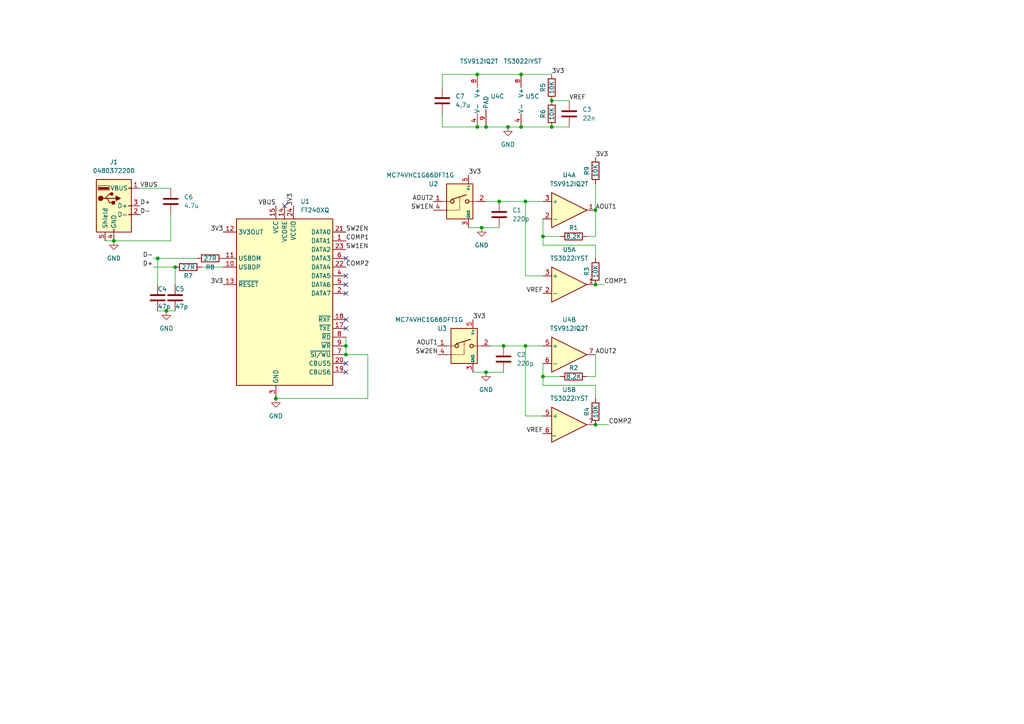
<source format=kicad_sch>
(kicad_sch (version 20211123) (generator eeschema)
  (paper "A4")
  (lib_symbols
    (symbol "Amplifier_Operational:TSV912IQ2T" (pin_names (offset 0.127))
      (property "Reference" "U" (at 0 5.08 0))
      (property "Value" "TSV912IQ2T" (at 0 -5.08 0))
      (symbol "TSV912IQ2T_1_1"
        (polyline (pts (xy -5.08 5.08) (xy 5.08 0) (xy -5.08 -5.08) (xy -5.08 5.08)) (stroke (width 0.254)) (fill (type background)))
        (pin output line (at 7.62 0 180) (length 2.54) (name "~") (number "1"))
        (pin input line (at -7.62 -2.54 0) (length 2.54) (name "-") (number "2"))
        (pin input line (at -7.62 2.54 0) (length 2.54) (name "+") (number "3"))
      )
      (symbol "TSV912IQ2T_2_1"
        (polyline (pts (xy -5.08 5.08) (xy 5.08 0) (xy -5.08 -5.08) (xy -5.08 5.08)) (stroke (width 0.254)) (fill (type background)))
        (pin input line (at -7.62 2.54 0) (length 2.54) (name "+") (number "5"))
        (pin input line (at -7.62 -2.54 0) (length 2.54) (name "-") (number "6"))
        (pin output line (at 7.62 0 180) (length 2.54) (name "~") (number "7"))
      )
      (symbol "TSV912IQ2T_3_1"
        (pin power_in line (at -2.54 -7.62 90) (length 3.81) (name "V-") (number "4"))
        (pin power_in line (at -2.54 7.62 270) (length 3.81) (name "V+") (number "8"))
        (pin power_in line (at 0 -7.62 90) (length 5.08) (name "PAD") (number "9"))
      )
    )
    (symbol "Analog_Switch:TS5A3166DCKR" (pin_names (offset 0.127))
      (property "Reference" "U" (at -3.81 6.35 0))
      (property "Value" "TS5A3166DCKR" (at 3.81 -6.35 0))
      (symbol "TS5A3166DCKR_0_1"
        (polyline (pts (xy -5.08 -2.54) (xy -3.302 -2.54)))
        (polyline (pts (xy -3.048 -2.54) (xy -2.794 -2.54)))
        (polyline (pts (xy -2.54 -2.54) (xy -2.286 -2.54)))
        (polyline (pts (xy -2.032 -2.54) (xy -1.778 -2.54)))
        (polyline (pts (xy -1.524 -2.54) (xy -1.27 -2.54)))
        (polyline (pts (xy -1.016 -2.54) (xy -0.762 -2.54)))
        (polyline (pts (xy -0.508 -2.54) (xy -0.254 -2.54)))
        (polyline (pts (xy 0 -2.032) (xy 0 -1.778)))
        (polyline (pts (xy 0 -1.524) (xy 0 -1.27)))
      )
      (symbol "TS5A3166DCKR_1_1"
        (rectangle (start -3.81 5.08) (end 3.81 -5.08) (stroke (width 0.254)) (fill (type background)))
        (circle (center -2.159 0) (radius 0.508) (stroke (width 0.254)))
        (polyline (pts (xy -5.08 0) (xy -2.794 0)))
        (polyline (pts (xy -2.286 0.635) (xy 1.905 1.905)) (stroke (width 0.254)))
        (polyline (pts (xy 0 -2.54) (xy 0 -2.286)))
        (polyline (pts (xy 0 -2.032) (xy 0 -1.778)))
        (polyline (pts (xy 0 -1.524) (xy 0 -1.27)))
        (polyline (pts (xy 0 -1.016) (xy 0 -0.762)))
        (polyline (pts (xy 0 -0.508) (xy 0 -0.254)))
        (polyline (pts (xy 0 0) (xy 0 0.508)))
        (polyline (pts (xy 0 0.254) (xy 0 1.27)))
        (polyline (pts (xy 5.08 0) (xy 2.794 0)))
        (circle (center 2.159 0) (radius 0.508) (stroke (width 0.254)))
        (pin passive line (at -7.62 0 0) (length 2.54) (name "~") (number "1"))
        (pin passive line (at 7.62 0 180) (length 2.54) (name "~") (number "2"))
        (pin power_in line (at 2.54 -7.62 90) (length 2.54) (name "GND") (number "3"))
        (pin input line (at -7.62 -2.54 0) (length 2.54) (name "~") (number "4"))
        (pin power_in line (at 2.54 7.62 270) (length 2.54) (name "V+") (number "5"))
      )
    )
    (symbol "Comparator:MCP6562" (pin_names (offset 0.127))
      (property "Reference" "U" (at 3.81 3.81 0))
      (property "Value" "MCP6562" (at 6.35 -3.81 0))
      (symbol "MCP6562_1_1"
        (polyline (pts (xy -5.08 5.08) (xy 5.08 0) (xy -5.08 -5.08) (xy -5.08 5.08)) (stroke (width 0.254)) (fill (type background)))
        (pin output line (at 7.62 0 180) (length 2.54) (name "~") (number "1"))
        (pin input line (at -7.62 -2.54 0) (length 2.54) (name "-") (number "2"))
        (pin input line (at -7.62 2.54 0) (length 2.54) (name "+") (number "3"))
      )
      (symbol "MCP6562_2_1"
        (polyline (pts (xy -5.08 5.08) (xy 5.08 0) (xy -5.08 -5.08) (xy -5.08 5.08)) (stroke (width 0.254)) (fill (type background)))
        (pin input line (at -7.62 2.54 0) (length 2.54) (name "+") (number "5"))
        (pin input line (at -7.62 -2.54 0) (length 2.54) (name "_") (number "6"))
        (pin open_collector line (at 7.62 0 180) (length 2.54) (name "~") (number "7"))
      )
      (symbol "MCP6562_3_1"
        (pin power_in line (at -2.54 -7.62 90) (length 3.81) (name "V-") (number "4"))
        (pin power_in line (at -2.54 7.62 270) (length 3.81) (name "V+") (number "8"))
      )
    )
    (symbol "Connector:USB_A" (pin_names (offset 1.016))
      (property "Reference" "J" (at -5.08 11.43 0))
      (property "Value" "USB_A" (at -5.08 8.89 0))
      (symbol "USB_A_0_1"
        (rectangle (start -5.08 -7.62) (end 5.08 7.62) (stroke (width 0.254)) (fill (type background)))
        (circle (center -3.81 2.159) (radius 0.635) (stroke (width 0.254)) (fill (type outline)))
        (rectangle (start -1.524 4.826) (end -4.318 5.334) (fill (type outline)))
        (rectangle (start -1.27 4.572) (end -4.572 5.842))
        (circle (center -0.635 3.429) (radius 0.381) (stroke (width 0.254)) (fill (type outline)))
        (rectangle (start -0.127 -7.62) (end 0.127 -6.858))
        (polyline (pts (xy -3.175 2.159) (xy -2.54 2.159) (xy -1.27 3.429) (xy -0.635 3.429)) (stroke (width 0.254)))
        (polyline (pts (xy -2.54 2.159) (xy -1.905 2.159) (xy -1.27 0.889) (xy 0 0.889)) (stroke (width 0.254)))
        (polyline (pts (xy 0.635 2.794) (xy 0.635 1.524) (xy 1.905 2.159) (xy 0.635 2.794)) (stroke (width 0.254)) (fill (type outline)))
        (rectangle (start 0.254 1.27) (end -0.508 0.508) (stroke (width 0.254)) (fill (type outline)))
        (rectangle (start 5.08 -2.667) (end 4.318 -2.413))
        (rectangle (start 5.08 -0.127) (end 4.318 0.127))
        (rectangle (start 5.08 4.953) (end 4.318 5.207))
      )
      (symbol "USB_A_1_1"
        (polyline (pts (xy -1.905 2.159) (xy 0.635 2.159)) (stroke (width 0.254)))
        (pin power_in line (at 7.62 5.08 180) (length 2.54) (name "VBUS") (number "1"))
        (pin bidirectional line (at 7.62 -2.54 180) (length 2.54) (name "D-") (number "2"))
        (pin bidirectional line (at 7.62 0 180) (length 2.54) (name "D+") (number "3"))
        (pin power_in line (at 0 -10.16 90) (length 2.54) (name "GND") (number "4"))
        (pin passive line (at -2.54 -10.16 90) (length 2.54) (name "Shield") (number "5"))
      )
    )
    (symbol "Device:C" (pin_numbers hide) (pin_names (offset 0.254))
      (property "Reference" "C" (at 0.635 2.54 0))
      (property "Value" "C" (at 0.635 -2.54 0))
      (symbol "C_0_1"
        (polyline (pts (xy -2.032 -0.762) (xy 2.032 -0.762)) (stroke (width 0.508)))
        (polyline (pts (xy -2.032 0.762) (xy 2.032 0.762)) (stroke (width 0.508)))
      )
      (symbol "C_1_1"
        (pin passive line (at 0 3.81 270) (length 2.794) (name "~") (number "1"))
        (pin passive line (at 0 -3.81 90) (length 2.794) (name "~") (number "2"))
      )
    )
    (symbol "Device:R" (pin_numbers hide) (pin_names (offset 0))
      (property "Reference" "R" (at 2.032 0 90))
      (property "Value" "R" (at 0 0 90))
      (symbol "R_0_1"
        (rectangle (start -1.016 -2.54) (end 1.016 2.54) (stroke (width 0.254)))
      )
      (symbol "R_1_1"
        (pin passive line (at 0 3.81 270) (length 1.27) (name "~") (number "1"))
        (pin passive line (at 0 -3.81 90) (length 1.27) (name "~") (number "2"))
      )
    )
    (symbol "Interface_USB:FT240XQ"
      (property "Reference" "U" (at -13.97 25.4 0))
      (property "Value" "FT240XQ" (at 6.35 25.4 0))
      (symbol "FT240XQ_0_1"
        (rectangle (start 13.97 -24.13) (end -13.97 24.13) (stroke (width 0.254)) (fill (type background)))
      )
      (symbol "FT240XQ_1_1"
        (pin bidirectional line (at 17.78 17.78 180) (length 3.81) (name "DATA1") (number "1"))
        (pin bidirectional line (at -17.78 10.16 0) (length 3.81) (name "USBDP") (number "10"))
        (pin bidirectional line (at -17.78 12.7 0) (length 3.81) (name "USBDM") (number "11"))
        (pin power_out line (at -17.78 20.32 0) (length 3.81) (name "3V3OUT") (number "12"))
        (pin input line (at -17.78 5.08 0) (length 3.81) (name "~{RESET}") (number "13"))
        (pin power_out line (at 0 27.94 270) (length 3.81) (name "VCORE") (number "14"))
        (pin power_in line (at -2.54 27.94 270) (length 3.81) (name "VCC") (number "15"))
        (pin passive line (at -2.54 -27.94 90) (length 3.81) hide (name "GND") (number "16"))
        (pin output line (at 17.78 -7.62 180) (length 3.81) (name "~{TXE}") (number "17"))
        (pin output line (at 17.78 -5.08 180) (length 3.81) (name "~{RXF}") (number "18"))
        (pin bidirectional line (at 17.78 -20.32 180) (length 3.81) (name "CBUS6") (number "19"))
        (pin bidirectional line (at 17.78 2.54 180) (length 3.81) (name "DATA7") (number "2"))
        (pin bidirectional line (at 17.78 -17.78 180) (length 3.81) (name "CBUS5") (number "20"))
        (pin bidirectional line (at 17.78 20.32 180) (length 3.81) (name "DATA0") (number "21"))
        (pin bidirectional line (at 17.78 10.16 180) (length 3.81) (name "DATA4") (number "22"))
        (pin bidirectional line (at 17.78 15.24 180) (length 3.81) (name "DATA2") (number "23"))
        (pin power_in line (at 2.54 27.94 270) (length 3.81) (name "VCCIO") (number "24"))
        (pin passive line (at -2.54 -27.94 90) (length 3.81) hide (name "GND") (number "25"))
        (pin power_in line (at -2.54 -27.94 90) (length 3.81) (name "GND") (number "3"))
        (pin bidirectional line (at 17.78 7.62 180) (length 3.81) (name "DATA5") (number "4"))
        (pin bidirectional line (at 17.78 5.08 180) (length 3.81) (name "DATA6") (number "5"))
        (pin bidirectional line (at 17.78 12.7 180) (length 3.81) (name "DATA3") (number "6"))
        (pin input line (at 17.78 -15.24 180) (length 3.81) (name "~{SI/WU}") (number "7"))
        (pin input line (at 17.78 -10.16 180) (length 3.81) (name "~{RD}") (number "8"))
        (pin input line (at 17.78 -12.7 180) (length 3.81) (name "~{WR}") (number "9"))
      )
    )
    (symbol "power:GND" (power) (pin_names (offset 0))
      (property "Value" "GND" (at 0 -3.81 0))
      (symbol "GND_0_1"
        (polyline (pts (xy 0 0) (xy 0 -1.27) (xy 1.27 -1.27) (xy 0 -2.54) (xy -1.27 -1.27) (xy 0 -1.27)))
      )
      (symbol "GND_1_1"
        (pin power_in line (at 0 0 270) (length 0) hide (name "GND") (number "1"))
      )
    )
  )
  (junction (at 160.02 36.83))
  (junction (at 80.01 115.57))
  (junction (at 157.48 68.58))
  (junction (at 147.32 36.83))
  (junction (at 139.7 66.04))
  (junction (at 172.72 82.55))
  (junction (at 172.72 123.19))
  (junction (at 138.43 21.59))
  (junction (at 160.02 29.21))
  (junction (at 152.4 58.42))
  (junction (at 151.13 21.59))
  (junction (at 157.48 109.22))
  (junction (at 140.97 36.83))
  (junction (at 144.78 58.42))
  (junction (at 140.97 107.95))
  (junction (at 172.72 60.96))
  (junction (at 50.8 77.47))
  (junction (at 100.33 102.87))
  (junction (at 45.72 74.93))
  (junction (at 152.4 100.33))
  (junction (at 138.43 36.83))
  (junction (at 151.13 36.83))
  (junction (at 146.05 100.33))
  (junction (at 100.33 100.33))
  (junction (at 33.02 69.85))
  (junction (at 48.26 90.17))
  (no_connect (at 100.33 105.41))
  (no_connect (at 82.55 59.69))
  (no_connect (at 100.33 74.93))
  (no_connect (at 100.33 80.01))
  (no_connect (at 100.33 107.95))
  (no_connect (at 100.33 92.71))
  (no_connect (at 100.33 85.09))
  (no_connect (at 100.33 82.55))
  (no_connect (at 100.33 95.25))
  (wire (pts (xy 138.43 36.83) (xy 128.27 36.83)))
  (wire (pts (xy 172.72 71.12) (xy 157.48 71.12)))
  (wire (pts (xy 137.16 107.95) (xy 140.97 107.95)))
  (wire (pts (xy 172.72 68.58) (xy 172.72 60.96)))
  (wire (pts (xy 160.02 36.83) (xy 165.1 36.83)))
  (wire (pts (xy 40.64 54.61) (xy 49.53 54.61)))
  (wire (pts (xy 152.4 120.65) (xy 157.48 120.65)))
  (wire (pts (xy 142.24 100.33) (xy 146.05 100.33)))
  (wire (pts (xy 170.18 109.22) (xy 172.72 109.22)))
  (wire (pts (xy 146.05 100.33) (xy 152.4 100.33)))
  (wire (pts (xy 100.33 102.87) (xy 106.68 102.87)))
  (wire (pts (xy 151.13 21.59) (xy 160.02 21.59)))
  (wire (pts (xy 139.7 66.04) (xy 144.78 66.04)))
  (wire (pts (xy 33.02 69.85) (xy 49.53 69.85)))
  (wire (pts (xy 157.48 68.58) (xy 162.56 68.58)))
  (wire (pts (xy 157.48 80.01) (xy 152.4 80.01)))
  (wire (pts (xy 138.43 21.59) (xy 151.13 21.59)))
  (wire (pts (xy 135.89 66.04) (xy 139.7 66.04)))
  (wire (pts (xy 44.45 74.93) (xy 45.72 74.93)))
  (wire (pts (xy 50.8 77.47) (xy 50.8 82.55)))
  (wire (pts (xy 172.72 82.55) (xy 175.26 82.55)))
  (wire (pts (xy 48.26 90.17) (xy 50.8 90.17)))
  (wire (pts (xy 160.02 29.21) (xy 165.1 29.21)))
  (wire (pts (xy 172.72 111.76) (xy 157.48 111.76)))
  (wire (pts (xy 106.68 115.57) (xy 80.01 115.57)))
  (wire (pts (xy 157.48 63.5) (xy 157.48 68.58)))
  (wire (pts (xy 172.72 123.19) (xy 176.53 123.19)))
  (wire (pts (xy 170.18 68.58) (xy 172.72 68.58)))
  (wire (pts (xy 172.72 115.57) (xy 172.72 111.76)))
  (wire (pts (xy 45.72 74.93) (xy 45.72 82.55)))
  (wire (pts (xy 106.68 102.87) (xy 106.68 115.57)))
  (wire (pts (xy 58.42 77.47) (xy 64.77 77.47)))
  (wire (pts (xy 45.72 74.93) (xy 57.15 74.93)))
  (wire (pts (xy 140.97 36.83) (xy 147.32 36.83)))
  (wire (pts (xy 157.48 71.12) (xy 157.48 68.58)))
  (wire (pts (xy 157.48 109.22) (xy 162.56 109.22)))
  (wire (pts (xy 151.13 36.83) (xy 160.02 36.83)))
  (wire (pts (xy 44.45 77.47) (xy 50.8 77.47)))
  (wire (pts (xy 140.97 58.42) (xy 144.78 58.42)))
  (wire (pts (xy 128.27 36.83) (xy 128.27 33.02)))
  (wire (pts (xy 152.4 58.42) (xy 157.48 58.42)))
  (wire (pts (xy 152.4 100.33) (xy 157.48 100.33)))
  (wire (pts (xy 157.48 109.22) (xy 157.48 105.41)))
  (wire (pts (xy 144.78 58.42) (xy 152.4 58.42)))
  (wire (pts (xy 157.48 111.76) (xy 157.48 109.22)))
  (wire (pts (xy 172.72 109.22) (xy 172.72 102.87)))
  (wire (pts (xy 128.27 21.59) (xy 128.27 25.4)))
  (wire (pts (xy 49.53 69.85) (xy 49.53 62.23)))
  (wire (pts (xy 147.32 36.83) (xy 151.13 36.83)))
  (wire (pts (xy 172.72 53.34) (xy 172.72 60.96)))
  (wire (pts (xy 45.72 90.17) (xy 48.26 90.17)))
  (wire (pts (xy 100.33 100.33) (xy 100.33 102.87)))
  (wire (pts (xy 152.4 80.01) (xy 152.4 58.42)))
  (wire (pts (xy 138.43 21.59) (xy 128.27 21.59)))
  (wire (pts (xy 152.4 100.33) (xy 152.4 120.65)))
  (wire (pts (xy 172.72 74.93) (xy 172.72 71.12)))
  (wire (pts (xy 140.97 107.95) (xy 146.05 107.95)))
  (wire (pts (xy 100.33 97.79) (xy 100.33 100.33)))
  (wire (pts (xy 138.43 36.83) (xy 140.97 36.83)))
  (wire (pts (xy 30.48 69.85) (xy 33.02 69.85)))
  (label "3V3" (at 64.77 82.55 180))
  (label "COMP1" (at 175.26 82.55 0))
  (label "D-" (at 44.45 74.93 180))
  (label "3V3" (at 64.77 67.31 180))
  (label "D-" (at 40.64 62.23 0))
  (label "SW2EN" (at 100.33 67.31 0))
  (label "VREF" (at 157.48 85.09 180))
  (label "VBUS" (at 40.64 54.61 0))
  (label "COMP2" (at 100.33 77.47 0))
  (label "3V3" (at 85.09 59.69 90))
  (label "AOUT2" (at 125.73 58.42 180))
  (label "SW1EN" (at 100.33 72.39 0))
  (label "VREF" (at 165.1 29.21 0))
  (label "SW2EN" (at 127 102.87 180))
  (label "D+" (at 40.64 59.69 0))
  (label "AOUT1" (at 127 100.33 180))
  (label "AOUT1" (at 172.72 60.96 0))
  (label "3V3" (at 160.02 21.59 0))
  (label "SW1EN" (at 125.73 60.96 180))
  (label "AOUT2" (at 172.72 102.87 0))
  (label "3V3" (at 137.16 92.71 0))
  (label "COMP2" (at 176.53 123.19 0))
  (label "D+" (at 44.45 77.47 180))
  (label "COMP1" (at 100.33 69.85 0))
  (label "3V3" (at 135.89 50.8 0))
  (label "3V3" (at 172.72 45.72 0))
  (label "VREF" (at 157.48 125.73 180))
  (label "VBUS" (at 80.01 59.69 180))
  (symbol (lib_id "Amplifier_Operational:TSV912IQ2T") (at 140.97 29.21 0) (unit 3)
    (property "Reference" "U4" (at 142.24 27.9399 0) (effects (justify left)))
    (property "Value" "TSV912IQ2T" (at 133.35 17.78 0) (effects (justify left)))
    (property "Footprint" "Package_DFN_QFN:DFN-8-1EP_2x2mm_P0.5mm_EP1.05x1.75mm" (effects hide))
    (property "Datasheet" "www.st.com/resource/en/datasheet/tsv911.pdf" (effects hide))
  )
  (symbol (lib_id "Device:R") (at 172.72 78.74 180) (unit 1)
    (property "Reference" "R3" (at 170.18 78.74 90))
    (property "Value" "10K" (at 172.72 78.74 90))
    (property "Footprint" "Resistor_SMD:R_0402_1005Metric" (effects hide))
  )
  (symbol (lib_id "power:GND") (at 140.97 107.95 0) (unit 1)
    (property "Reference" "#PWR02" (effects hide))
    (property "Value" "GND" (at 140.97 113.03 0))
  )
  (symbol (lib_id "power:GND") (at 139.7 66.04 0) (unit 1)
    (property "Reference" "#PWR01" (effects hide))
    (property "Value" "GND" (at 139.7 71.12 0))
  )
  (symbol (lib_id "power:GND") (at 80.01 115.57 0) (unit 1)
    (property "Reference" "#PWR0102" (effects hide))
    (property "Value" "GND" (at 80.01 120.65 0))
  )
  (symbol (lib_id "Device:C") (at 144.78 62.23 0) (unit 1)
    (property "Reference" "C1" (at 148.59 60.9599 0) (effects (justify left)))
    (property "Value" "220p" (at 148.59 63.4999 0) (effects (justify left)))
    (property "Footprint" "Capacitor_SMD:C_0603_1608Metric" (effects hide))
  )
  (symbol (lib_id "Analog_Switch:TS5A3166DCKR") (at 133.35 58.42 0) (unit 1)
    (property "Reference" "U2" (at 125.73 53.34 0))
    (property "Value" "MC74VHC1G66DFT1G" (at 121.92 50.8 0))
    (property "Footprint" "Package_TO_SOT_SMD:SOT-353_SC-70-5" (effects hide))
    (property "Datasheet" " http://www.ti.com/lit/ds/symlink/ts5a3166.pdf" (effects hide))
  )
  (symbol (lib_id "Device:C") (at 50.8 86.36 0) (unit 1)
    (property "Reference" "C5" (at 50.8 83.82 0) (effects (justify left)))
    (property "Value" "47p" (at 50.8 88.9 0) (effects (justify left)))
    (property "Footprint" "Capacitor_SMD:C_0402_1005Metric" (effects hide))
  )
  (symbol (lib_id "Device:R") (at 166.37 68.58 90) (unit 1)
    (property "Reference" "R1" (at 166.37 66.04 90))
    (property "Value" "8.2K" (at 166.37 68.58 90))
    (property "Footprint" "Resistor_SMD:R_0402_1005Metric" (effects hide))
  )
  (symbol (lib_id "Analog_Switch:TS5A3166DCKR") (at 134.62 100.33 0) (unit 1)
    (property "Reference" "U3" (at 128.27 95.25 0))
    (property "Value" "MC74VHC1G66DFT1G" (at 124.46 92.71 0))
    (property "Footprint" "Package_TO_SOT_SMD:SOT-353_SC-70-5" (effects hide))
    (property "Datasheet" " http://www.ti.com/lit/ds/symlink/ts5a3166.pdf" (effects hide))
  )
  (symbol (lib_id "Device:R") (at 60.96 74.93 270) (unit 1)
    (property "Reference" "R8" (at 60.96 77.47 90))
    (property "Value" "27R" (at 60.96 74.93 90))
    (property "Footprint" "Resistor_SMD:R_0402_1005Metric" (effects hide))
  )
  (symbol (lib_id "Device:C") (at 45.72 86.36 0) (unit 1)
    (property "Reference" "C4" (at 45.72 83.82 0) (effects (justify left)))
    (property "Value" "47p" (at 45.72 88.9 0) (effects (justify left)))
    (property "Footprint" "Capacitor_SMD:C_0402_1005Metric" (effects hide))
  )
  (symbol (lib_id "Amplifier_Operational:TSV912IQ2T") (at 165.1 60.96 0) (unit 1)
    (property "Reference" "U4" (at 165.1 50.8 0))
    (property "Value" "TSV912IQ2T" (at 165.1 53.34 0))
    (property "Footprint" "Package_DFN_QFN:DFN-8-1EP_2x2mm_P0.5mm_EP1.05x1.75mm" (effects hide))
    (property "Datasheet" "www.st.com/resource/en/datasheet/tsv911.pdf" (effects hide))
  )
  (symbol (lib_id "Device:R") (at 166.37 109.22 90) (unit 1)
    (property "Reference" "R2" (at 166.37 106.68 90))
    (property "Value" "8.2K" (at 166.37 109.22 90))
    (property "Footprint" "Resistor_SMD:R_0402_1005Metric" (effects hide))
  )
  (symbol (lib_id "Device:R") (at 160.02 33.02 180) (unit 1)
    (property "Reference" "R6" (at 157.48 33.02 90))
    (property "Value" "10K" (at 160.02 33.02 90))
    (property "Footprint" "Resistor_SMD:R_0402_1005Metric" (effects hide))
  )
  (symbol (lib_id "Comparator:MCP6562") (at 165.1 123.19 0) (unit 2)
    (property "Reference" "U5" (at 165.1 113.03 0))
    (property "Value" "TS3022IYST" (at 165.1 115.57 0))
    (property "Datasheet" "http://ww1.microchip.com/downloads/en/DeviceDoc/MCP6561-1R-1U-2-4-1.8V-Low-Power-Push-Pull-Output-Comparator-DS20002139E.pdf" (effects hide))
  )
  (symbol (lib_id "Device:R") (at 54.61 77.47 270) (unit 1)
    (property "Reference" "R7" (at 54.61 80.01 90))
    (property "Value" "27R" (at 54.61 77.47 90))
    (property "Footprint" "Resistor_SMD:R_0402_1005Metric" (effects hide))
  )
  (symbol (lib_id "power:GND") (at 48.26 90.17 0) (unit 1)
    (property "Reference" "#PWR0101" (effects hide))
    (property "Value" "GND" (at 48.26 95.25 0))
  )
  (symbol (lib_id "power:GND") (at 147.32 36.83 0) (unit 1)
    (property "Reference" "#PWR03" (effects hide))
    (property "Value" "GND" (at 147.32 41.91 0))
  )
  (symbol (lib_id "Connector:USB_A") (at 33.02 59.69 0) (unit 1)
    (property "Reference" "J1" (at 33.02 46.99 0))
    (property "Value" "0480372200" (at 33.02 49.53 0))
    (property "Footprint" "trng-parts:USB-A-PLUG" (effects hide))
    (property "Datasheet" " ~" (effects hide))
  )
  (symbol (lib_id "Device:R") (at 160.02 25.4 180) (unit 1)
    (property "Reference" "R5" (at 157.48 25.4 90))
    (property "Value" "10K" (at 160.02 25.4 90))
    (property "Footprint" "Resistor_SMD:R_0402_1005Metric" (effects hide))
  )
  (symbol (lib_id "Device:R") (at 172.72 49.53 180) (unit 1)
    (property "Reference" "R9" (at 170.18 49.53 90))
    (property "Value" "10K" (at 172.72 49.53 90))
    (property "Footprint" "Resistor_SMD:R_0402_1005Metric" (effects hide))
  )
  (symbol (lib_id "Comparator:MCP6562") (at 153.67 29.21 0) (unit 3)
    (property "Reference" "U5" (at 152.4 27.9399 0) (effects (justify left)))
    (property "Value" "TS3022IYST" (at 146.05 17.78 0) (effects (justify left)))
    (property "Datasheet" "http://ww1.microchip.com/downloads/en/DeviceDoc/MCP6561-1R-1U-2-4-1.8V-Low-Power-Push-Pull-Output-Comparator-DS20002139E.pdf" (effects hide))
  )
  (symbol (lib_id "Comparator:MCP6562") (at 165.1 82.55 0) (unit 1)
    (property "Reference" "U5" (at 165.1 72.39 0))
    (property "Value" "TS3022IYST" (at 165.1 74.93 0))
    (property "Footprint" "Package_SO:MSOP-8_3x3mm_P0.65mm" (effects hide))
    (property "Datasheet" "http://ww1.microchip.com/downloads/en/DeviceDoc/MCP6561-1R-1U-2-4-1.8V-Low-Power-Push-Pull-Output-Comparator-DS20002139E.pdf" (effects hide))
  )
  (symbol (lib_id "Device:C") (at 146.05 104.14 0) (unit 1)
    (property "Reference" "C2" (at 149.86 102.8699 0) (effects (justify left)))
    (property "Value" "220p" (at 149.86 105.4099 0) (effects (justify left)))
    (property "Footprint" "Capacitor_SMD:C_0603_1608Metric" (effects hide))
  )
  (symbol (lib_id "Device:R") (at 172.72 119.38 180) (unit 1)
    (property "Reference" "R4" (at 170.18 119.38 90))
    (property "Value" "10K" (at 172.72 119.38 90))
    (property "Footprint" "Resistor_SMD:R_0402_1005Metric" (effects hide))
  )
  (symbol (lib_id "Device:C") (at 128.27 29.21 0) (unit 1)
    (property "Reference" "C7" (at 132.08 27.9399 0) (effects (justify left)))
    (property "Value" "4.7u" (at 132.08 30.4799 0) (effects (justify left)))
    (property "Footprint" "Capacitor_SMD:C_0603_1608Metric" (effects hide))
  )
  (symbol (lib_id "Amplifier_Operational:TSV912IQ2T") (at 165.1 102.87 0) (unit 2)
    (property "Reference" "U4" (at 165.1 92.71 0))
    (property "Value" "TSV912IQ2T" (at 165.1 95.25 0))
    (property "Footprint" "Package_DFN_QFN:DFN-8-1EP_2x2mm_P0.5mm_EP1.05x1.75mm" (effects hide))
    (property "Datasheet" "www.st.com/resource/en/datasheet/tsv911.pdf" (effects hide))
  )
  (symbol (lib_id "power:GND") (at 33.02 69.85 0) (unit 1)
    (property "Reference" "#PWR0103" (effects hide))
    (property "Value" "GND" (at 33.02 74.93 0))
  )
  (symbol (lib_id "Interface_USB:FT240XQ") (at 82.55 87.63 0) (unit 1)
    (property "Reference" "U1" (at 87.1094 58.42 0) (effects (justify left)))
    (property "Value" "FT240XQ" (at 87.1094 60.96 0) (effects (justify left)))
    (property "Footprint" "Package_DFN_QFN:QFN-24-1EP_4x4mm_P0.5mm_EP2.6x2.6mm" (effects hide))
    (property "Datasheet" "https://www.ftdichip.com/Support/Documents/DataSheets/ICs/DS_FT240X.pdf" (effects hide))
  )
  (symbol (lib_id "Device:C") (at 165.1 33.02 0) (unit 1)
    (property "Reference" "C3" (at 168.91 31.7499 0) (effects (justify left)))
    (property "Value" "22n" (at 168.91 34.2899 0) (effects (justify left)))
    (property "Footprint" "Capacitor_SMD:C_0402_1005Metric" (effects hide))
  )
  (symbol (lib_id "Device:C") (at 49.53 58.42 0) (unit 1)
    (property "Reference" "C6" (at 53.34 57.1499 0) (effects (justify left)))
    (property "Value" "4.7u" (at 53.34 59.6899 0) (effects (justify left)))
    (property "Footprint" "Capacitor_SMD:C_0603_1608Metric" (effects hide))
  )
)
</source>
